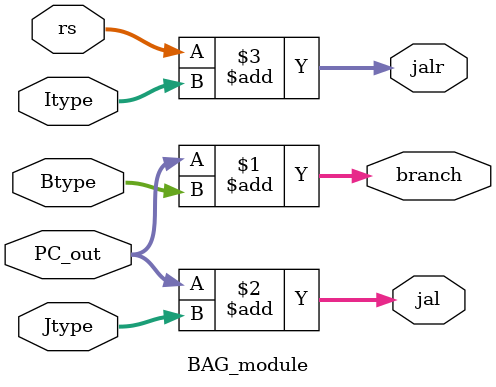
<source format=v>
`timescale 1ns / 1ps


module BAG_module(
    input [31:0] PC_out, Jtype, Btype, Itype, rs,
    output [31:0] jal, branch, jalr
    );
    
    assign branch = PC_out + Btype;
    assign jal = PC_out + Jtype;
    assign jalr = rs + Itype;
    
   
    
endmodule

</source>
